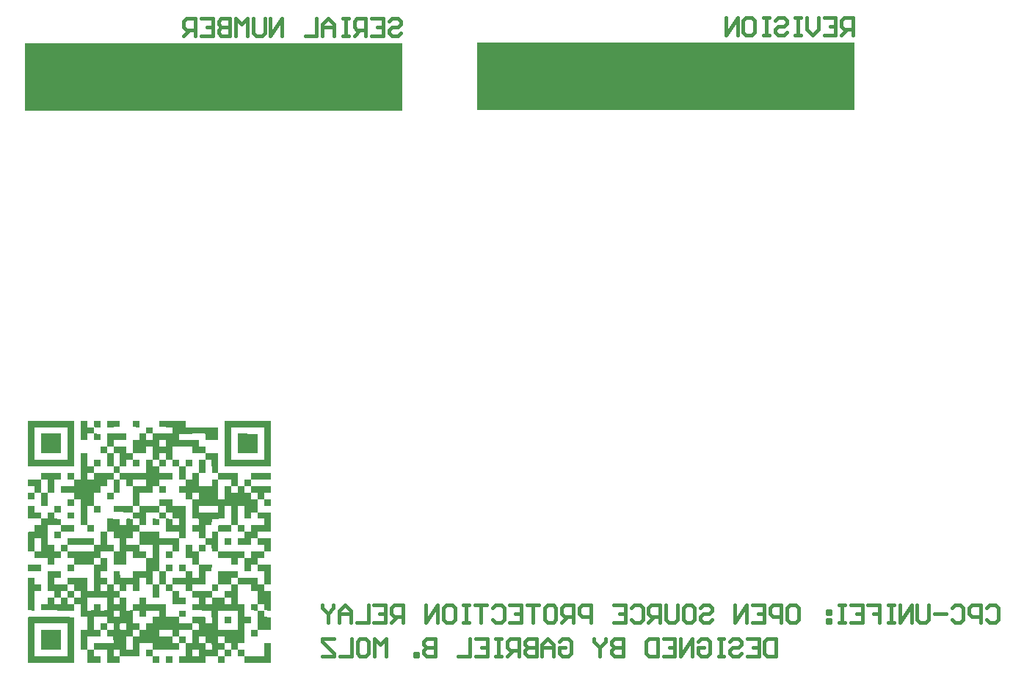
<source format=gbr>
%TF.GenerationSoftware,Altium Limited,Altium Designer,24.2.2 (26)*%
G04 Layer_Color=32896*
%FSLAX45Y45*%
%MOMM*%
%TF.SameCoordinates,A2E2EA48-9257-4B33-8537-14B19699C7D1*%
%TF.FilePolarity,Positive*%
%TF.FileFunction,Legend,Bot*%
%TF.Part,Single*%
G01*
G75*
%TA.AperFunction,NonConductor*%
%ADD134C,0.40000*%
%ADD135R,43.60000X7.90000*%
G36*
X4629819Y6200403D02*
X4697755Y6200731D01*
X4699724Y6199418D01*
X4699068Y6125903D01*
X4698083Y6124918D01*
X4624568Y6125574D01*
X4623583Y6128528D01*
X4624239Y6131154D01*
Y6192198D01*
Y6192854D01*
X4623911Y6199090D01*
X4624568Y6200403D01*
X4627193Y6201059D01*
X4629819Y6200403D01*
D02*
G37*
G36*
X4327224D02*
X4399426D01*
X4470645Y6200731D01*
X4472614Y6199418D01*
X4471957Y6125246D01*
X4322629Y6124918D01*
X4321644Y6125903D01*
X4322301Y6200075D01*
X4325254Y6201059D01*
X4327224Y6200403D01*
D02*
G37*
G36*
X4176254D02*
X4244190Y6200731D01*
X4245503Y6200075D01*
X4246160Y6197449D01*
X4245503Y6125903D01*
X4244519Y6124918D01*
X4190695D01*
X4170019Y6125246D01*
X4170347Y6195152D01*
X4170019Y6198762D01*
X4171003Y6200403D01*
X4173629Y6201059D01*
X4176254Y6200403D01*
D02*
G37*
G36*
X4931758D02*
X5226804Y6200731D01*
X5228774Y6199418D01*
X5229430Y6125903D01*
X5230414Y6124918D01*
X5606525Y6124262D01*
X5606853Y5974933D01*
X5605869Y5973949D01*
X5456212Y5974605D01*
X5455228Y5977559D01*
X5455884Y5979528D01*
X5455228Y6048449D01*
X5454243Y6049433D01*
X5153617Y6048777D01*
X5153289Y5974933D01*
X5154273Y5973949D01*
X5379415Y5973292D01*
X5380399Y5970339D01*
X5379743Y5968369D01*
X5380399Y5898792D01*
X5383025Y5898136D01*
X5454243Y5898464D01*
X5455884Y5896823D01*
X5456540Y5822651D01*
X5601930Y5822323D01*
X5603900Y5822979D01*
X5606853Y5821338D01*
X5607182Y5595869D01*
X5832979Y5595213D01*
X5833964Y5594228D01*
X5833636Y5588648D01*
X5834292Y5444899D01*
X5909449Y5444571D01*
X5909121Y5371384D01*
X5909777Y5369415D01*
X5912402Y5368758D01*
X5984933Y5368430D01*
X5985262Y5293930D01*
X5987887Y5293274D01*
X6060418Y5292945D01*
X6060746Y5142304D01*
X6211059Y5141648D01*
X6212044Y5138694D01*
X6211387Y5136725D01*
X6211716Y4917163D01*
X6211059Y4915850D01*
X6208434Y4915194D01*
X6062387Y4915522D01*
X6060418Y4914209D01*
X6060746Y4839709D01*
X6211059Y4839053D01*
X6212044Y4836099D01*
X6211387Y4834130D01*
X6211716Y4690709D01*
X6210403Y4688740D01*
X6135903Y4689068D01*
X6135246Y4763896D01*
X6061074Y4764553D01*
X6060418Y4766522D01*
X6060090Y4839709D01*
X5985262Y4839053D01*
X5984605Y4764881D01*
X5982636Y4764224D01*
X5834292Y4764881D01*
X5833308Y4765865D01*
X5833636Y4771445D01*
X5833308Y4832161D01*
X5833964Y4834130D01*
X5833308Y4836755D01*
X5833964Y4839381D01*
X5908136Y4840037D01*
X5909449Y4841350D01*
X5909121Y4915194D01*
X5834292Y4915850D01*
X5833308Y4918804D01*
X5833964Y4922086D01*
X5833308Y4924055D01*
X5832979Y4991335D01*
X5758151Y4990678D01*
X5757823Y4918804D01*
X5758479Y4918148D01*
X5757495Y4915850D01*
X5754869Y4915194D01*
X5606853Y4915522D01*
X5607510Y4990350D01*
X5608494Y4991335D01*
X5613417Y4991007D01*
X5757823Y4991663D01*
X5757166Y5217461D01*
X5683323Y5217789D01*
X5682338Y5216804D01*
X5681682Y5067148D01*
X5532682Y5066491D01*
X5531369Y5065835D01*
X5530712Y4991663D01*
X5527759Y4990678D01*
X5525133Y4991335D01*
X5460479Y4991007D01*
X5457525Y4991335D01*
X5455884Y4990350D01*
X5455228Y4987725D01*
X5455884Y4985099D01*
X5456212Y4839709D01*
X5530384Y4840365D01*
X5531369Y4841350D01*
X5532025Y4914866D01*
X5534322Y4915850D01*
X5536292Y4915194D01*
X5606853Y4914866D01*
X5607182Y4688740D01*
X5908464Y4688083D01*
X5909449Y4687099D01*
X5909777Y4613255D01*
X5982964Y4612927D01*
X5984933Y4614240D01*
X5985590Y4688412D01*
X6135574Y4688740D01*
X6135903Y4614240D01*
X6134918Y4613255D01*
X6132293Y4612599D01*
X6130323Y4613255D01*
X6061403Y4612599D01*
X6060418Y4611614D01*
X6061074Y4537442D01*
X6206464Y4537114D01*
X6208434Y4537770D01*
X6211059Y4537114D01*
X6212044Y4534160D01*
X6211387Y4531534D01*
X6211716Y4312629D01*
X6210403Y4310660D01*
X6135903Y4310988D01*
X6135246Y4461301D01*
X6061731Y4461957D01*
X6060418Y4463270D01*
X6060090Y4537114D01*
X5986246Y4537442D01*
X5984933Y4536129D01*
X5984277Y4462614D01*
X5983292Y4461629D01*
X5909777Y4462286D01*
X5908792Y4465239D01*
X5909449Y4467208D01*
X5909121Y4613255D01*
X5834292Y4612599D01*
X5833308Y4609645D01*
X5833964Y4607019D01*
X5833636Y4542365D01*
X5833964Y4539411D01*
X5832979Y4537770D01*
X5830354Y4537114D01*
X5827072Y4537770D01*
X5825103Y4537114D01*
X5763074Y4537442D01*
X5760120Y4537114D01*
X5757823Y4538755D01*
X5757495Y4612599D01*
X5754869Y4613255D01*
X5608823Y4612927D01*
X5606853Y4614240D01*
X5606525Y4688740D01*
X5531697Y4689396D01*
X5531040Y4762912D01*
X5529728Y4764224D01*
X5455884Y4764553D01*
X5455556Y4839709D01*
X5380728Y4840365D01*
X5379743Y4841350D01*
X5380071Y4913225D01*
X5379415Y4915194D01*
X5376461Y4915522D01*
X5305899Y4915194D01*
X5304258Y4916835D01*
X5304915Y4990350D01*
X5305899Y4991335D01*
X5310822Y4991007D01*
X5375476Y4991335D01*
X5377445Y4990678D01*
X5379743Y4991663D01*
X5380399Y4994945D01*
X5379743Y4996914D01*
X5380071Y5064850D01*
X5378758Y5066820D01*
X5304586Y5067476D01*
X5303930Y5293274D01*
X5229758Y5293930D01*
X5228774Y5294915D01*
X5228117Y5368430D01*
X5225163Y5369415D01*
X5223194Y5368758D01*
X5153617Y5369415D01*
X5153289Y5443915D01*
X5156243Y5444899D01*
X5226804Y5444571D01*
X5228774Y5445884D01*
X5228445Y5520384D01*
X5153617Y5521041D01*
X5152961Y5671354D01*
X5078132Y5672010D01*
X5077148Y5674964D01*
X5077804Y5676933D01*
X5077476Y5746838D01*
X5001991Y5746182D01*
X5001663Y5676276D01*
X5002319Y5674307D01*
X5000678Y5671354D01*
X4926178Y5671682D01*
X4925850Y5746838D01*
X4850694Y5747167D01*
X4850365Y5897808D01*
X4847740Y5898464D01*
X4775537Y5897808D01*
X4774881Y5823636D01*
X4773568Y5822323D01*
X4767989Y5822651D01*
X4624239Y5821995D01*
X4624568Y5746838D01*
X4697099Y5747167D01*
X4699396Y5746182D01*
X4699724Y5672994D01*
X4698083Y5671354D01*
X4624568Y5672010D01*
X4623583Y5674964D01*
X4624239Y5677589D01*
X4623911Y5746838D01*
X4550724Y5747167D01*
X4548755Y5746510D01*
X4548098Y5743885D01*
X4548427Y5673323D01*
X4547114Y5671354D01*
X4472614Y5671682D01*
X4471957Y5821995D01*
X4470973Y5822979D01*
X4462440Y5822323D01*
X4397129Y5821995D01*
X4397457Y5671354D01*
X4472614Y5671025D01*
X4472942Y5595869D01*
X4774881Y5596525D01*
X4775209Y5653303D01*
Y5653959D01*
X4775865Y5746510D01*
X4778163Y5747495D01*
X4780132Y5746838D01*
X4850694Y5746510D01*
X4851350Y5672338D01*
X4852335Y5671354D01*
X4926178Y5671025D01*
X4926835Y5596197D01*
X5076491Y5595541D01*
X5077804Y5594228D01*
X5077148Y5520712D01*
X4927491Y5520056D01*
X4926178Y5518743D01*
X4926507Y5444899D01*
X5001335Y5444243D01*
X5002319Y5441289D01*
X5001663Y5438664D01*
X5001991Y5370728D01*
X5001335Y5369415D01*
X4998709Y5368758D01*
X4927163Y5369415D01*
X4926178Y5370399D01*
X4925850Y5444899D01*
X4851678Y5444243D01*
X4850694Y5443259D01*
X4850037Y5369743D01*
X4849053Y5368758D01*
X4701693Y5369087D01*
X4699724Y5368430D01*
X4700052Y5217789D01*
X4926178Y5217461D01*
X4926507Y5142304D01*
X5001663Y5142633D01*
X5001991Y5216476D01*
X5000678Y5217789D01*
X4926178Y5218117D01*
X4926835Y5292945D01*
X5076819Y5293274D01*
X5077804Y5290320D01*
X5077476Y5219758D01*
X5078789Y5217789D01*
X5228445Y5217133D01*
X5228774Y4840694D01*
X5225820Y4839709D01*
X5153289Y4840037D01*
X5152632Y4914866D01*
X5149679Y4915850D01*
X5147710Y4915194D01*
X5002648Y4915850D01*
X5001663Y4918804D01*
X5002319Y4922086D01*
X5001663Y4924055D01*
X5001335Y5066820D01*
X4926178Y5067148D01*
X4925850Y5142304D01*
X4775537Y5141648D01*
X4774881Y4991991D01*
X4771599Y4990678D01*
X4768973Y4991335D01*
X4699724Y4991663D01*
X4699068Y5065835D01*
X4698083Y5066820D01*
X4624239Y5067148D01*
X4623911Y5142304D01*
X4397457Y5142961D01*
X4397129Y5216804D01*
X4398114Y5217789D01*
X4624239Y5217461D01*
X4624568Y5142304D01*
X4699068Y5142633D01*
X4699724Y5145258D01*
X4699396Y5217789D01*
X4624239Y5218117D01*
X4623583Y5444571D01*
X4553021Y5444899D01*
X4551052Y5444243D01*
X4548755Y5445228D01*
X4548098Y5447853D01*
X4548427Y5518415D01*
X4547114Y5520384D01*
X4472614Y5520712D01*
X4472285Y5595869D01*
X4397129Y5596197D01*
X4396801Y5671354D01*
X4321973Y5672010D01*
X4321316Y5822323D01*
X4250754Y5822651D01*
X4247801Y5822323D01*
X4246160Y5823308D01*
X4245503Y5825933D01*
X4246160Y5827902D01*
X4245831Y5896495D01*
X4247144Y5898464D01*
X4321644Y5898136D01*
X4322301Y5822651D01*
X4396144Y5822323D01*
X4397129Y5823308D01*
X4396801Y5898464D01*
X4321644Y5898792D01*
X4322301Y6049105D01*
X4547114Y6049433D01*
X4548098Y6048449D01*
X4548755Y6045823D01*
X4548098Y6043854D01*
X4548427Y5975918D01*
X4547114Y5973949D01*
X4397457Y5973292D01*
X4397129Y5898792D01*
X4547442Y5898136D01*
X4548755Y5894854D01*
X4548098Y5892885D01*
X4548755Y5823308D01*
X4551709Y5822323D01*
X4555647Y5822979D01*
X4557616Y5822323D01*
X4623911Y5822979D01*
X4624239Y5969026D01*
X4623583Y5970995D01*
X4625224Y5973949D01*
X4699068Y5974277D01*
X4699724Y5976902D01*
X4700381Y6049105D01*
X4774881Y6049433D01*
X4775537Y5974605D01*
X4777506Y5973949D01*
X4850365Y5974605D01*
X4850694Y6049105D01*
X4775209Y6049762D01*
X4775865Y6124590D01*
X4849709Y6124918D01*
X4850694Y6123934D01*
X4851022Y6049433D01*
X5076819Y6050090D01*
X5077804Y6051075D01*
X5077148Y6124590D01*
X4927491Y6125246D01*
X4926178Y6126559D01*
X4926835Y6200075D01*
X4929788Y6201059D01*
X4931758Y6200403D01*
D02*
G37*
G36*
X4024628D02*
X4092565Y6200731D01*
X4094534Y6199418D01*
X4095190Y6125903D01*
X4096175Y6124918D01*
X4170019Y6124590D01*
X4170347Y6049433D01*
X4245175Y6048777D01*
X4246160Y6047793D01*
X4245503Y5974277D01*
X4171659Y5973949D01*
X4170019Y5975590D01*
X4170347Y5979856D01*
X4169690Y6049433D01*
X4095190Y6049105D01*
X4094534Y6046480D01*
Y6036634D01*
Y6035978D01*
X4093878Y5974277D01*
X4020034Y5973949D01*
X4019049Y5974933D01*
X4019705Y6200075D01*
X4022659Y6201059D01*
X4024628Y6200403D01*
D02*
G37*
G36*
X4245503Y5746510D02*
X4246160Y5743885D01*
X4245503Y5672338D01*
X4244519Y5671354D01*
X4217607D01*
X4170019Y5671682D01*
X4170347Y5741587D01*
X4170019Y5745197D01*
X4171003Y5746838D01*
X4173957Y5747167D01*
X4241893Y5746838D01*
X4243206Y5747495D01*
X4245503Y5746510D01*
D02*
G37*
G36*
X5687918Y6200403D02*
X6210075Y6200731D01*
X6211387Y6200075D01*
X6212044Y6197449D01*
X6211387Y6194824D01*
X6211716Y5673323D01*
X6210403Y5671354D01*
X6161830D01*
X5683323Y5672010D01*
X5682338Y5672994D01*
X5682994Y6200075D01*
X5685948Y6201059D01*
X5687918Y6200403D01*
D02*
G37*
G36*
X3420095D02*
X3518553D01*
X3941595Y6200731D01*
X3943564Y6199418D01*
X3942908Y5672338D01*
X3941924Y5671354D01*
X3414843Y5672010D01*
X3413859Y5674964D01*
X3414515Y5676933D01*
X3414187Y6199090D01*
X3414843Y6200403D01*
X3417469Y6201059D01*
X3420095Y6200403D01*
D02*
G37*
G36*
X6211387Y5594884D02*
X6212044Y5592259D01*
X6211387Y5590290D01*
Y5527276D01*
Y5526620D01*
X6211716Y5522353D01*
X6210403Y5520384D01*
X5984933Y5520712D01*
X5985590Y5595541D01*
X6210403Y5595869D01*
X6211387Y5594884D01*
D02*
G37*
G36*
X4025285Y5822323D02*
X4093221Y5822651D01*
X4094534Y5821995D01*
X4095190Y5672338D01*
X4096175Y5671354D01*
X4170019Y5671025D01*
X4170347Y5595869D01*
X4397129Y5595541D01*
X4397457Y5520384D01*
X4472614Y5520056D01*
X4472285Y5369415D01*
X4469660Y5368758D01*
X4397129Y5369087D01*
X4396801Y5520384D01*
X4321973Y5519728D01*
X4321316Y5445556D01*
X4318034Y5444243D01*
X4316065Y5444899D01*
X4246488Y5444243D01*
X4245503Y5441289D01*
X4246160Y5439320D01*
X4245503Y5369743D01*
X4244519Y5368758D01*
X4171988Y5369087D01*
X4170675Y5368430D01*
X4170019Y5365805D01*
X4170675Y5362523D01*
X4170019Y5360553D01*
X4170347Y5217789D01*
X4245503Y5217461D01*
X4246160Y5214835D01*
X4245503Y5142633D01*
X4171659Y5142304D01*
X4170019Y5143945D01*
X4170347Y5148212D01*
X4169690Y5217789D01*
X4095518D01*
X4095190Y5217461D01*
X4094534Y5214835D01*
X4094862Y4991335D01*
X4165424Y4991007D01*
X4168377Y4991335D01*
X4170019Y4990350D01*
X4170675Y4987725D01*
X4170019Y4985099D01*
X4170347Y4917163D01*
X4169034Y4915194D01*
X4095518Y4915850D01*
X4094534Y4916835D01*
X4094206Y4991335D01*
X4021018Y4991007D01*
X4019049Y4992319D01*
X4018393Y5292945D01*
X3943564Y5293602D01*
X3942908Y5368430D01*
X3939954Y5369415D01*
X3937985Y5368758D01*
X3792923Y5369415D01*
X3791939Y5372368D01*
X3792595Y5374994D01*
X3792267Y5442930D01*
X3792923Y5444243D01*
X3795549Y5444899D01*
X3941595Y5444571D01*
X3943564Y5445884D01*
X3943236Y5520384D01*
X3868408Y5521041D01*
X3867751Y5523666D01*
X3868080Y5592259D01*
X3867423Y5592915D01*
X3869064Y5595869D01*
X3943236Y5595213D01*
X3943893Y5520384D01*
X4018721Y5521041D01*
X4019377Y5821667D01*
X4022659Y5822979D01*
X4025285Y5822323D01*
D02*
G37*
G36*
X5985262Y5444899D02*
X6211059Y5444243D01*
X6212044Y5441289D01*
X6211387Y5439320D01*
X6211716Y5370728D01*
X6211059Y5369415D01*
X6208434Y5368758D01*
X6137872Y5369087D01*
X6135903Y5367774D01*
X6136231Y5293274D01*
X6211059Y5292617D01*
X6212044Y5289664D01*
X6211387Y5287694D01*
X6211716Y5219758D01*
X6210403Y5217789D01*
X6136887Y5218445D01*
X6135903Y5219430D01*
X6135574Y5293274D01*
X6060418Y5293602D01*
X6059762Y5368430D01*
X6056808Y5369415D01*
X6054839Y5368758D01*
X5984933Y5369087D01*
X5984605Y5444899D01*
X5909449Y5445228D01*
Y5450479D01*
Y5451135D01*
X5909121Y5517759D01*
X5910105Y5520056D01*
X5984605Y5520384D01*
X5985262Y5444899D01*
D02*
G37*
G36*
X3792595Y5594228D02*
X3792267Y5589305D01*
X3792595Y5527276D01*
X3791939Y5525307D01*
X3792595Y5523338D01*
X3791939Y5520712D01*
X3717767Y5520056D01*
X3716454Y5518743D01*
X3716782Y5371384D01*
X3716126Y5369415D01*
X3713500Y5368758D01*
X3640969Y5369087D01*
Y5514148D01*
Y5514805D01*
X3640641Y5519728D01*
X3638016Y5520384D01*
X3565485Y5520712D01*
X3566141Y5595541D01*
X3790954Y5595869D01*
X3792595Y5594228D01*
D02*
G37*
G36*
X4327224Y5368758D02*
X4352823D01*
X4397129Y5368430D01*
X4396801Y5293930D01*
X4394175Y5293274D01*
X4321973Y5293930D01*
X4321644Y5367774D01*
X4322629Y5368758D01*
X4325254Y5369415D01*
X4327224Y5368758D01*
D02*
G37*
G36*
X3420095D02*
X3490000Y5368430D01*
Y5323139D01*
Y5322483D01*
X3489344Y5294258D01*
X3488359Y5293274D01*
X3414843Y5293930D01*
X3413859Y5296884D01*
X3414515Y5298853D01*
X3414187Y5367446D01*
X3414843Y5368758D01*
X3417469Y5369415D01*
X3420095Y5368758D01*
D02*
G37*
G36*
X3943564Y5292945D02*
Y5277192D01*
Y5276536D01*
X3942908Y5218117D01*
X3869064Y5217789D01*
X3868080Y5218774D01*
X3867751Y5221071D01*
X3868080Y5289664D01*
X3867423Y5290976D01*
X3869064Y5293274D01*
X3943564Y5292945D01*
D02*
G37*
G36*
X3565485Y5520056D02*
X3565813Y5368758D01*
X3640969Y5368430D01*
X3640313Y5218117D01*
X3566469Y5217789D01*
X3565485Y5218774D01*
Y5283756D01*
Y5284412D01*
X3565156Y5368758D01*
X3490000Y5369087D01*
X3489344Y5443915D01*
X3488359Y5444899D01*
X3415828Y5444571D01*
X3414515Y5445228D01*
X3413859Y5447853D01*
X3414515Y5450479D01*
X3414187Y5518415D01*
X3415500Y5520384D01*
X3565485Y5520056D01*
D02*
G37*
G36*
X3791610Y5217133D02*
X3792595Y5216148D01*
X3792267Y5211225D01*
X3792595Y5149196D01*
X3791939Y5147884D01*
X3792595Y5145915D01*
X3791939Y5143289D01*
X3790954Y5142304D01*
X3716454Y5142633D01*
X3717110Y5217461D01*
X3720721Y5217789D01*
X3721377D01*
X3791610Y5217133D01*
D02*
G37*
G36*
X3943564Y5140663D02*
X3942908Y5067148D01*
X3869064Y5066820D01*
X3868080Y5067804D01*
X3867423Y5069773D01*
X3868080Y5071742D01*
Y5079619D01*
Y5080276D01*
X3867751Y5139679D01*
X3868736Y5141976D01*
X3941924Y5142304D01*
X3943564Y5140663D01*
D02*
G37*
G36*
X4624239Y5066491D02*
X4623911Y4992648D01*
X4624568Y4991335D01*
X4627193Y4990678D01*
X4629819Y4991335D01*
X4699724Y4991007D01*
X4700052Y4915194D01*
X4924209Y4915522D01*
X4926178Y4914209D01*
X4926835Y4840694D01*
X4927819Y4839709D01*
X5153289Y4839381D01*
X5152632Y4689068D01*
X5078132Y4688740D01*
X5077476Y4762912D01*
X5076163Y4764224D01*
X4927163Y4763568D01*
X4926178Y4762583D01*
X4926507Y4461629D01*
X5001663Y4461957D01*
X5001991Y4532519D01*
X5001663Y4535473D01*
X5002648Y4537114D01*
X5005273Y4537770D01*
X5007899Y4537114D01*
X5075835Y4537442D01*
X5077804Y4536129D01*
X5077148Y4462614D01*
X5076163Y4461629D01*
X5001991Y4460973D01*
X5001663Y4311644D01*
X5002648Y4310660D01*
X5077804Y4310331D01*
X5078132Y4235175D01*
X5152304Y4234519D01*
X5153289Y4233534D01*
X5153945Y4160019D01*
X5156899Y4159034D01*
X5158868Y4159690D01*
X5227789Y4159034D01*
X5228774Y4158049D01*
X5228117Y4084534D01*
X5227133Y4083549D01*
X5078132Y4084206D01*
X5077148Y4087159D01*
X5077804Y4089129D01*
X5077476Y4235175D01*
X5002319Y4235503D01*
X5001663Y4238129D01*
X5002319Y4241411D01*
X5001663Y4243380D01*
X5001335Y4310660D01*
X4926178Y4310988D01*
X4925850Y4461629D01*
X4851022Y4460973D01*
X4850694Y4310988D01*
X4926178Y4310331D01*
X4925850Y4159690D01*
X4922568Y4159034D01*
X4920599Y4159690D01*
X4852663Y4159362D01*
X4850694Y4160675D01*
X4850365Y4310660D01*
X4775537Y4311316D01*
X4774881Y4385488D01*
X4772911Y4386144D01*
X4700052Y4385488D01*
X4699396Y4235832D01*
X4697427Y4235175D01*
X4624239Y4235503D01*
X4623583Y4238129D01*
X4624239Y4242724D01*
X4623911Y4305409D01*
X4624239Y4309019D01*
X4622599Y4310660D01*
X4549083Y4310003D01*
X4548098Y4309019D01*
X4548427Y4237144D01*
X4547114Y4235175D01*
X4472614Y4235503D01*
X4471957Y4310331D01*
X4397129Y4310988D01*
X4397785Y4461301D01*
X4400411Y4461957D01*
X4469004Y4461629D01*
X4469660Y4462286D01*
X4472614Y4460645D01*
X4473270Y4387129D01*
X4474255Y4386144D01*
X4623255Y4386801D01*
X4624239Y4387785D01*
X4623911Y4392709D01*
X4624239Y4457363D01*
X4623583Y4459332D01*
X4624568Y4461629D01*
X4626865Y4461957D01*
X4773568Y4461629D01*
X4775209Y4463270D01*
X4774881Y4613255D01*
X4626209Y4612927D01*
X4624239Y4613583D01*
X4623583Y4616209D01*
X4624239Y4618834D01*
X4623911Y4683488D01*
X4624239Y4687099D01*
X4622599Y4688740D01*
X4549083Y4688083D01*
X4548098Y4687099D01*
X4548427Y4539739D01*
X4547770Y4537770D01*
X4545145Y4537114D01*
X4541863Y4537770D01*
X4539894Y4537114D01*
X4402380Y4537442D01*
X4398770Y4537114D01*
X4397129Y4538755D01*
X4396801Y4688740D01*
X4246488Y4688083D01*
X4245503Y4685130D01*
X4246160Y4683160D01*
X4246488Y4613255D01*
X4320660Y4612599D01*
X4321644Y4611614D01*
X4320988Y4462614D01*
X4320003Y4461629D01*
X4246488Y4460973D01*
X4245503Y4458675D01*
X4246160Y4456706D01*
X4245831Y4388114D01*
X4247144Y4386144D01*
X4321316Y4385488D01*
X4321973Y4310660D01*
X4397129Y4310331D01*
X4397785Y4235503D01*
X4472614Y4234847D01*
X4472942Y4159690D01*
X4547770Y4159034D01*
X4548755Y4156080D01*
X4548098Y4154111D01*
X4548755Y4009049D01*
X4549739Y4008065D01*
X4623911Y4008721D01*
X4624239Y4079283D01*
X4623583Y4081252D01*
X4624568Y4083549D01*
X4627193Y4084206D01*
X4629819Y4083549D01*
X4698740Y4084206D01*
X4699724Y4085190D01*
X4700052Y4159034D01*
X4702678Y4159690D01*
X4774224Y4159034D01*
X4775209Y4158049D01*
X4775865Y4084534D01*
X4776850Y4083549D01*
X5000350Y4083878D01*
X5001663Y4083221D01*
X5002319Y4080596D01*
X5001663Y4076001D01*
X5001991Y3937175D01*
X5001663Y3934221D01*
X5003304Y3932580D01*
X5153289Y3932252D01*
X5153945Y3857423D01*
X5304258Y3856767D01*
X5304586Y3781610D01*
X5377774Y3781282D01*
X5379743Y3781939D01*
X5380399Y3785221D01*
X5379743Y3787190D01*
X5380071Y3855126D01*
X5378758Y3857095D01*
X5304258Y3857423D01*
X5304915Y3932252D01*
X5454243Y3932580D01*
X5455884Y3930939D01*
X5455556Y3859064D01*
X5456869Y3857095D01*
X5530712Y3857423D01*
X5531369Y3860049D01*
X5530712Y4007736D01*
X5305571Y4008393D01*
X5304258Y4009705D01*
X5304915Y4083221D01*
X5307868Y4084206D01*
X5309837Y4083549D01*
X5379415Y4084206D01*
X5380399Y4087159D01*
X5379743Y4089129D01*
X5380071Y4157721D01*
X5379415Y4159034D01*
X5376789Y4159690D01*
X5306227Y4159362D01*
X5304258Y4160675D01*
X5303930Y4235175D01*
X5229102Y4235832D01*
X5228445Y4310003D01*
X5226476Y4310660D01*
X5077804Y4310988D01*
X5077476Y4384175D01*
X5078789Y4386144D01*
X5228445Y4386801D01*
X5228774Y4461301D01*
X5154602Y4461957D01*
X5153289Y4462614D01*
X5153945Y4536786D01*
X5154930Y4537770D01*
X5163463Y4537114D01*
X5227461Y4537442D01*
X5228774Y4536129D01*
X5229102Y4461629D01*
X5301633Y4461957D01*
X5303930Y4460973D01*
X5304586Y4387457D01*
X5305899Y4386144D01*
X5379415Y4386801D01*
X5380399Y4389755D01*
X5379743Y4391724D01*
X5379415Y4537114D01*
X5309509Y4537442D01*
X5305899Y4537114D01*
X5304258Y4538755D01*
X5303930Y4612599D01*
X5301304Y4613255D01*
X5230743Y4612927D01*
X5228774Y4614240D01*
X5229430Y4763896D01*
X5303274Y4764224D01*
X5304258Y4763240D01*
X5304915Y4689068D01*
X5379743Y4688412D01*
X5380399Y4537442D01*
X5526446Y4537114D01*
X5528415Y4537770D01*
X5531369Y4536129D01*
X5530712Y4462614D01*
X5529728Y4461629D01*
X5455884Y4461301D01*
X5455228Y4458019D01*
X5455884Y4456050D01*
X5455228Y4311644D01*
X5454243Y4310660D01*
X5305243Y4310003D01*
X5304258Y4309019D01*
X5304586Y4235175D01*
X5531369Y4234847D01*
X5531697Y4159690D01*
X5682338Y4159362D01*
X5682994Y4084534D01*
X5683979Y4083549D01*
X5757495Y4084206D01*
X5757823Y4158706D01*
X5754869Y4159690D01*
X5682338Y4160019D01*
X5682994Y4234190D01*
X5683979Y4235175D01*
X5757495Y4235832D01*
X5757823Y4310331D01*
X5606853Y4310988D01*
X5607510Y4461301D01*
X5610135Y4461957D01*
X5830354Y4461629D01*
X5831010Y4462286D01*
X5833308Y4461301D01*
X5833964Y4458675D01*
X5833308Y4454737D01*
X5833964Y4452768D01*
X5834292Y4386144D01*
X6060090Y4385488D01*
X6060746Y4311316D01*
X6062715Y4310660D01*
X6135903Y4310331D01*
X6136559Y4235503D01*
X6210731Y4234847D01*
X6212044Y4231565D01*
X6211387Y4229596D01*
X6211716Y4010034D01*
X6210403Y4008065D01*
X6135903Y4008393D01*
X6135246Y4083221D01*
X6132293Y4084206D01*
X6130323Y4083549D01*
X6060418Y4083878D01*
X6060090Y4234519D01*
X6057464Y4235175D01*
X5985262Y4235832D01*
X5984605Y4309347D01*
X5983949Y4310660D01*
X5833964Y4310331D01*
X5833636Y4085518D01*
X5834292Y4084206D01*
X5836918Y4083549D01*
X5907479Y4083878D01*
X5909449Y4082565D01*
X5909121Y3935205D01*
X5910105Y3932908D01*
X5984277Y3932252D01*
X5984933Y3930282D01*
X5984277Y3857423D01*
X5910105Y3856767D01*
X5908792Y3854141D01*
X5909449Y3852172D01*
X5908792Y3630969D01*
X5907808Y3629985D01*
X5835933Y3630313D01*
X5833964Y3629656D01*
X5833308Y3627031D01*
X5833964Y3622436D01*
X5834292Y3554500D01*
X5908792Y3554172D01*
X5909449Y3551546D01*
X5909777Y3479015D01*
X6135574Y3479672D01*
X6136231Y3629328D01*
X6139513Y3630641D01*
X6141482Y3629985D01*
X6209418Y3630313D01*
X6211387Y3629656D01*
X6212044Y3626375D01*
X6211387Y3624406D01*
X6211716Y3405500D01*
X6210403Y3403531D01*
X5909777Y3404187D01*
X5908792Y3406484D01*
X5909449Y3408453D01*
X5909121Y3479015D01*
X5834292Y3479672D01*
X5833308Y3480656D01*
X5833636Y3486236D01*
X5832979Y3554500D01*
X5757823Y3554828D01*
X5757166Y3629656D01*
X5754869Y3630641D01*
X5752900Y3629985D01*
X5682338Y3630313D01*
X5681682Y3705141D01*
X5680697Y3706126D01*
X5672164Y3705469D01*
X5608166Y3705798D01*
X5606853Y3704485D01*
X5607510Y3630969D01*
X5608494Y3629985D01*
X5682338Y3629656D01*
X5682666Y3554500D01*
X5757823Y3554172D01*
X5758151Y3481641D01*
X5757166Y3479344D01*
X5682666Y3479015D01*
X5682010Y3554500D01*
X5607182Y3553844D01*
X5606853Y3479344D01*
X5682338Y3478687D01*
X5681682Y3403859D01*
X5607838Y3403531D01*
X5606853Y3404515D01*
X5606525Y3479015D01*
X5456212Y3478359D01*
X5455228Y3475405D01*
X5455884Y3473436D01*
X5455228Y3403859D01*
X5154273Y3403531D01*
X5153289Y3404515D01*
X5153945Y3478687D01*
X5228117Y3479344D01*
X5228774Y3481313D01*
X5228445Y3629985D01*
X5153289Y3630313D01*
X5152961Y3705469D01*
X5077804Y3705141D01*
X5077476Y3632610D01*
X5078132Y3630641D01*
X5080758Y3629985D01*
X5153289Y3629656D01*
X5152632Y3555485D01*
X5151648Y3554500D01*
X4850694Y3554828D01*
X4850037Y3629656D01*
X4847740Y3630641D01*
X4845771Y3629985D01*
X4701693Y3630313D01*
X4699724Y3629000D01*
X4699068Y3479344D01*
X4472942Y3479015D01*
X4472285Y3553844D01*
X4470316Y3554500D01*
X4397457Y3553844D01*
X4397129Y3480000D01*
X4398114Y3479015D01*
X4472614Y3478687D01*
X4471957Y3403859D01*
X4322629Y3403531D01*
X4321644Y3404515D01*
X4320988Y3554172D01*
X4170019Y3554828D01*
X4170347Y3624734D01*
X4170019Y3628344D01*
X4171003Y3629985D01*
X4173957Y3630313D01*
X4395488Y3629985D01*
X4397129Y3631626D01*
X4396473Y3705141D01*
X4395488Y3706126D01*
X4386955Y3705469D01*
X4326239Y3705798D01*
X4323285Y3705469D01*
X4321644Y3707110D01*
X4321316Y3781610D01*
X4246160Y3781939D01*
X4245831Y3855126D01*
X4247144Y3857095D01*
X4321644Y3856767D01*
X4321973Y3781610D01*
X4394504Y3781282D01*
X4396801Y3782267D01*
X4397129Y3856111D01*
X4396144Y3857095D01*
X4321644Y3857423D01*
X4320988Y3932252D01*
X4171659Y3932580D01*
X4170019Y3930939D01*
X4170347Y3926016D01*
X4170019Y3788503D01*
X4170675Y3786533D01*
X4170019Y3784564D01*
X4170675Y3781939D01*
X4173301Y3781282D01*
X4245831Y3781610D01*
X4246160Y3707110D01*
X4245175Y3706126D01*
X4242550Y3705469D01*
X4239268Y3706126D01*
X4237298Y3705469D01*
X4119805D01*
X4096503Y3705798D01*
X4094534Y3704485D01*
X4094862Y3554500D01*
X4170019Y3554172D01*
X4170347Y3484266D01*
X4170019Y3480656D01*
X4171659Y3479015D01*
X4245175Y3478359D01*
X4246160Y3477374D01*
X4245503Y3403859D01*
X4095518Y3403531D01*
X4094534Y3406484D01*
X4094206Y3554500D01*
X4019377Y3555156D01*
X4019049Y3779970D01*
X4020690Y3781610D01*
X4092565Y3781282D01*
X4094534Y3782595D01*
X4093878Y3932252D01*
X4019705Y3932908D01*
X4019049Y3934877D01*
X4018393Y4083221D01*
X4015439Y4084206D01*
X4013470Y4083549D01*
X3943564Y4083878D01*
X3943236Y4159690D01*
X3868080Y4160019D01*
X3867751Y4235175D01*
X3792923Y4234519D01*
X3791939Y4231565D01*
X3792595Y4228939D01*
X3792923Y4159690D01*
X3868080Y4159362D01*
X3868408Y4084206D01*
X3871033Y4083549D01*
X3943564Y4083221D01*
X3942908Y4009049D01*
X3941924Y4008065D01*
X3565813Y4008721D01*
X3565485Y4082565D01*
X3566469Y4083549D01*
X3569095Y4084206D01*
X3571064Y4083549D01*
X3640641Y4084206D01*
X3641298Y4158378D01*
X3642610Y4159690D01*
X3716454Y4160019D01*
X3716782Y4232550D01*
X3715797Y4234847D01*
X3641626Y4235503D01*
X3640969Y4237472D01*
X3641626Y4461301D01*
X3644251Y4461957D01*
X3788985Y4461629D01*
X3789641Y4462286D01*
X3791939Y4461301D01*
X3792595Y4458675D01*
X3791939Y4455393D01*
X3792595Y4453424D01*
X3792267Y4391396D01*
X3792595Y4387785D01*
X3790954Y4386144D01*
X3717110Y4385816D01*
X3716454Y4383191D01*
X3717110Y4310988D01*
X3868080Y4310331D01*
X3868408Y4235175D01*
X3943564Y4234847D01*
X3943893Y4159690D01*
X4017080Y4159362D01*
X4019049Y4160675D01*
X4018721Y4234519D01*
X4016095Y4235175D01*
X3943564Y4235503D01*
X3942908Y4310331D01*
X3868080Y4310988D01*
X3867751Y4383519D01*
X3868736Y4385816D01*
X4093549Y4386144D01*
X4094534Y4385160D01*
X4095190Y4235503D01*
X4169690Y4235175D01*
X4170675Y4238129D01*
X4170019Y4240755D01*
X4169690Y4537114D01*
X3943564Y4536786D01*
X3942908Y4462614D01*
X3941924Y4461629D01*
X3868408Y4462286D01*
X3867751Y4464911D01*
X3868080Y4534160D01*
X3867423Y4534816D01*
X3868408Y4537114D01*
X3871033Y4537770D01*
X3875628Y4537114D01*
X3943236Y4537770D01*
X3943564Y4611614D01*
X3941924Y4613255D01*
X3870049Y4612927D01*
X3868080Y4614240D01*
X3867423Y4616209D01*
X3868080Y4618178D01*
X3867751Y4688740D01*
X3792595Y4689068D01*
X3792267Y4762912D01*
X3793580Y4764224D01*
X3868080Y4763896D01*
X3868408Y4688740D01*
X4169690Y4689396D01*
X4170675Y4690381D01*
X4170019Y4696945D01*
X4169690Y4764224D01*
X3868080Y4764553D01*
X3867751Y4837084D01*
X3868736Y4839381D01*
X4169034Y4839709D01*
X4170675Y4838068D01*
X4170019Y4829535D01*
X4170347Y4764224D01*
X4245175Y4764881D01*
X4246160Y4765865D01*
X4245831Y4913225D01*
X4246488Y4915194D01*
X4249442Y4915522D01*
X4321644Y4914866D01*
X4322301Y4764553D01*
X4396473Y4763896D01*
X4397129Y4761927D01*
X4397457Y4688740D01*
X4472285Y4689396D01*
X4472614Y4838724D01*
X4471629Y4839709D01*
X4397457Y4840365D01*
X4396801Y4914537D01*
X4393519Y4915850D01*
X4391550Y4915194D01*
X4321644Y4915522D01*
X4321973Y5066163D01*
X4324598Y5066820D01*
X4472285Y5066163D01*
X4472942Y4991991D01*
X4476224Y4990678D01*
X4478850Y4991335D01*
X4546786Y4991007D01*
X4548098Y4991663D01*
X4548427Y4994617D01*
X4548098Y5065179D01*
X4549739Y5066820D01*
X4624239Y5066491D01*
D02*
G37*
G36*
X4926178D02*
X4925850Y4991335D01*
X4923225Y4990678D01*
X4918630Y4991335D01*
X4869401D01*
X4852663Y4991007D01*
X4850694Y4992319D01*
X4851350Y5065835D01*
X4852335Y5066820D01*
X4926178Y5066491D01*
D02*
G37*
G36*
X3489344Y5217461D02*
X3490000Y5214835D01*
X3490656Y5142633D01*
X3564828Y5141976D01*
X3565485Y5140007D01*
X3565813Y5066820D01*
X3640641Y5067476D01*
X3641298Y5140991D01*
X3642610Y5142304D01*
X3716454Y5141976D01*
X3717110Y5067148D01*
X3791282Y5066491D01*
X3792595Y5063209D01*
X3792267Y5060256D01*
X3792923Y4991335D01*
X3938313Y4991007D01*
X3941924Y4991335D01*
X3943564Y4989694D01*
X3942908Y4916178D01*
X3941924Y4915194D01*
X3792595Y4914866D01*
X3792267Y4844960D01*
X3792595Y4841350D01*
X3790954Y4839709D01*
X3717439Y4840365D01*
X3716454Y4841350D01*
X3717110Y4914866D01*
X3720064Y4915850D01*
X3722033Y4915194D01*
X3792267Y4915850D01*
X3792595Y4990350D01*
X3791610Y4991335D01*
X3646220Y4991007D01*
X3642610Y4991335D01*
X3640969Y4989694D01*
X3641626Y4764553D01*
X3715797Y4763896D01*
X3717110Y4760614D01*
X3716454Y4758645D01*
Y4705478D01*
Y4704821D01*
X3717110Y4689068D01*
X3792595Y4688412D01*
X3792267Y4617850D01*
X3792595Y4614896D01*
X3791610Y4613255D01*
X3788657Y4612927D01*
X3718095Y4613255D01*
X3716454Y4611614D01*
X3716782Y4539739D01*
X3716126Y4537770D01*
X3713500Y4537114D01*
X3710218Y4537770D01*
X3708249Y4537114D01*
X3646220Y4537442D01*
X3642610Y4537114D01*
X3640969Y4538755D01*
X3640641Y4612599D01*
X3638016Y4613255D01*
X3491969Y4612927D01*
X3490000Y4614240D01*
X3489672Y4688740D01*
X3414843Y4689396D01*
X3413859Y4692350D01*
X3414515Y4694319D01*
X3414187Y4913881D01*
X3414843Y4915194D01*
X3417797Y4915522D01*
X3488359Y4915194D01*
X3490000Y4916835D01*
X3490328Y4990678D01*
X3492954Y4991335D01*
X3496236Y4990678D01*
X3498205Y4991335D01*
X3563515Y4991007D01*
X3565485Y4992319D01*
X3565156Y5066820D01*
X3414515Y5067148D01*
X3413859Y5070430D01*
X3414515Y5072399D01*
X3414187Y5215820D01*
X3415500Y5217789D01*
X3489344Y5217461D01*
D02*
G37*
G36*
X5757823Y4838724D02*
X5758151Y4836427D01*
X5757823Y4834786D01*
Y4834130D01*
X5758151Y4766850D01*
X5757166Y4764553D01*
X5683323Y4764224D01*
X5682338Y4765209D01*
X5682994Y4839381D01*
X5756838Y4839709D01*
X5757823Y4838724D01*
D02*
G37*
G36*
X5455884Y4763896D02*
X5455228Y4689068D01*
X5420767Y4688740D01*
X5420111D01*
X5379743Y4689068D01*
X5380399Y4763240D01*
X5381384Y4764224D01*
X5455884Y4763896D01*
D02*
G37*
G36*
X5077804Y4688412D02*
X5077148Y4613583D01*
X5074194Y4612599D01*
X5072225Y4613255D01*
X5004289Y4612927D01*
X5002319Y4613583D01*
X5001663Y4616209D01*
X5002319Y4619491D01*
X5001663Y4621460D01*
Y4647715D01*
Y4648372D01*
X5001991Y4683488D01*
X5001663Y4687099D01*
X5003304Y4688740D01*
X5077804Y4688412D01*
D02*
G37*
G36*
X3422064Y4537114D02*
X3465385D01*
X3563515Y4537442D01*
X3565485Y4536129D01*
X3564828Y4462614D01*
X3563844Y4461629D01*
X3414843Y4462286D01*
X3413859Y4465239D01*
X3414515Y4467208D01*
X3414187Y4535801D01*
X3414843Y4537114D01*
X3417469Y4537770D01*
X3422064Y4537114D01*
D02*
G37*
G36*
X5606853Y4236160D02*
X5605869Y4235175D01*
X5531369Y4235503D01*
Y4255195D01*
Y4255851D01*
X5532025Y4310331D01*
X5606525Y4310660D01*
X5606853Y4236160D01*
D02*
G37*
G36*
X3489672Y4385488D02*
X3490328Y4311316D01*
X3492297Y4310660D01*
X3565156Y4310003D01*
X3565485Y4236160D01*
X3564500Y4235175D01*
X3490328Y4234519D01*
X3489672Y4009377D01*
X3488359Y4008065D01*
X3414843Y4008721D01*
X3413859Y4011675D01*
X3414515Y4013644D01*
Y4192838D01*
Y4193495D01*
X3414187Y4384175D01*
X3415500Y4386144D01*
X3489672Y4385488D01*
D02*
G37*
G36*
X5228445Y4007408D02*
X5228774Y3933564D01*
X5227789Y3932580D01*
X5153289Y3932908D01*
X5153945Y4007736D01*
X5161494Y4008065D01*
X5162150D01*
X5228445Y4007408D01*
D02*
G37*
G36*
X5990513Y4083549D02*
X6060418Y4083221D01*
X6060746Y4008065D01*
X6135903Y4007736D01*
X6136559Y3933564D01*
X6137544Y3932580D01*
X6211059Y3931924D01*
X6212044Y3928970D01*
X6211387Y3927001D01*
X6211716Y3783580D01*
X6211059Y3781610D01*
X6208105Y3781282D01*
X6060418Y3781939D01*
Y3941441D01*
Y3942098D01*
X6060090Y4008065D01*
X5985262Y4008721D01*
X5984933Y4082565D01*
X5985918Y4083549D01*
X5988544Y4084206D01*
X5990513Y4083549D01*
D02*
G37*
G36*
X6060418Y3781282D02*
X6059762Y3706454D01*
X6058777Y3705469D01*
X6053198Y3705798D01*
X6027927Y3705469D01*
X6027270D01*
X5989528Y3705798D01*
X5986574Y3705469D01*
X5984933Y3707110D01*
X5985262Y3780954D01*
X5987887Y3781610D01*
X6060418Y3781282D01*
D02*
G37*
G36*
X5076819Y3478359D02*
X5077804Y3477374D01*
X5077148Y3403859D01*
X5047938Y3403531D01*
X5047282D01*
X5002319Y3403859D01*
X5001663Y3406484D01*
X5002319Y3409766D01*
X5001663Y3411736D01*
X5001991Y3474421D01*
X5001663Y3477374D01*
X5003304Y3479015D01*
X5076819Y3478359D01*
D02*
G37*
G36*
X4850694Y3554172D02*
X4851022Y3479015D01*
X4925850Y3478359D01*
X4926178Y3404515D01*
X4925194Y3403531D01*
X4851022Y3404187D01*
X4850365Y3479015D01*
X4775537Y3479672D01*
X4775209Y3553515D01*
X4776193Y3554500D01*
X4784070D01*
X4850694Y3554172D01*
D02*
G37*
G36*
X3943236Y3931924D02*
X3943564Y3404515D01*
X3942580Y3403531D01*
X3414843Y3404187D01*
X3413859Y3407141D01*
X3414515Y3409110D01*
X3414187Y3930611D01*
X3415500Y3932580D01*
X3843465D01*
X3943236Y3931924D01*
D02*
G37*
%LPC*%
G36*
X5000678Y5973949D02*
X4927163Y5973292D01*
X4926178Y5972308D01*
Y5948678D01*
Y5948021D01*
X4926835Y5898792D01*
X4929460Y5898136D01*
X4998709Y5898464D01*
X4999366Y5897808D01*
X5001663Y5898792D01*
X5002319Y5901418D01*
X5001663Y5906013D01*
X5001991Y5971980D01*
X5000678Y5973949D01*
D02*
G37*
G36*
X4998709Y5822979D02*
X4996084Y5822323D01*
X4928148Y5822651D01*
X4926178Y5821338D01*
X4926507Y5746838D01*
X5001663Y5747167D01*
Y5778673D01*
Y5779330D01*
X5001991Y5821010D01*
X5001335Y5822323D01*
X4998709Y5822979D01*
D02*
G37*
G36*
X4773568Y5520384D02*
X4624568Y5519728D01*
X4623583Y5516774D01*
X4624239Y5514148D01*
X4624568Y5444899D01*
X4707273D01*
X4773240Y5444571D01*
X4775209Y5445884D01*
X4774553Y5519400D01*
X4773568Y5520384D01*
D02*
G37*
G36*
X5301304Y5898464D02*
X5078132Y5897808D01*
X5077148Y5894854D01*
X5077804Y5892885D01*
X5078132Y5746838D01*
X5151320Y5747167D01*
X5153289Y5745854D01*
X5153617Y5671354D01*
X5228774Y5671025D01*
X5229102Y5520384D01*
X5303930Y5521041D01*
X5304586Y5594556D01*
X5305899Y5595869D01*
X5379743Y5595541D01*
X5380399Y5445228D01*
X5383353Y5444243D01*
X5385322Y5444899D01*
X5529400Y5444571D01*
X5531369Y5445884D01*
X5532025Y5520056D01*
X5606525Y5520384D01*
X5607182Y5293930D01*
X5609807Y5293274D01*
X5682010Y5293930D01*
X5682666Y5443587D01*
X5683979Y5444899D01*
X5757823Y5444571D01*
X5758479Y5369743D01*
X5759464Y5368758D01*
X5832979Y5369415D01*
X5833964Y5372368D01*
X5833308Y5376963D01*
X5832979Y5444899D01*
X5757823Y5445228D01*
X5757166Y5520056D01*
X5606853Y5520712D01*
X5606525Y5595869D01*
X5551388D01*
X5531697Y5596525D01*
X5531040Y5746182D01*
X5528415Y5747495D01*
X5526446Y5746838D01*
X5455884Y5746510D01*
X5455228Y5596853D01*
X5454243Y5595869D01*
X5379743Y5596197D01*
X5380399Y5746510D01*
X5383353Y5747495D01*
X5385322Y5746838D01*
X5455556Y5747495D01*
X5455884Y5821995D01*
X5311479Y5822651D01*
X5309837Y5822979D01*
X5307868Y5822323D01*
X5305243Y5822979D01*
X5304258Y5823964D01*
X5303930Y5897808D01*
X5301304Y5898464D01*
D02*
G37*
G36*
X5376789Y5369415D02*
X5374163Y5368758D01*
X5316401D01*
X5306227Y5369087D01*
X5304258Y5367774D01*
X5304586Y5293274D01*
X5379415Y5293930D01*
X5380399Y5296884D01*
X5379743Y5298853D01*
X5380071Y5366789D01*
X5379415Y5368758D01*
X5376789Y5369415D01*
D02*
G37*
G36*
X5464745Y5217789D02*
X5464089D01*
X5380728Y5217133D01*
X5379743Y5216148D01*
X5380399Y5142633D01*
X5605869Y5142304D01*
X5606853Y5143289D01*
X5606197Y5217461D01*
X5464745Y5217789D01*
D02*
G37*
G36*
X5076163Y5142304D02*
X5061066D01*
X5001991Y5141648D01*
X5001663Y5067804D01*
X5002648Y5066820D01*
X5077804Y5066491D01*
X5077476Y4993304D01*
X5078132Y4991335D01*
X5080758Y4990678D01*
X5083384Y4991335D01*
X5151320Y4991007D01*
X5153289Y4992319D01*
X5152632Y5065835D01*
X5151648Y5066820D01*
X5077804Y5067148D01*
X5077148Y5141320D01*
X5076163Y5142304D01*
D02*
G37*
G36*
X5834948Y5217789D02*
X5833308Y5216148D01*
X5833964Y5207615D01*
X5834292Y4991335D01*
X5904197Y4991007D01*
X5907151Y4991335D01*
X5909449Y4989694D01*
X5909777Y4915194D01*
X5983949Y4915850D01*
X5984933Y4916835D01*
X5985590Y4990350D01*
X5986574Y4991335D01*
X5991497Y4991007D01*
X6130980Y4991335D01*
X6132949Y4990678D01*
X6134918Y4991335D01*
X6135903Y4992319D01*
Y5002165D01*
Y5002822D01*
X6135574Y5066163D01*
X6132949Y5066820D01*
X6060746Y5067476D01*
X6060090Y5142304D01*
X5985262Y5141648D01*
X5984605Y5067476D01*
X5982636Y5066820D01*
X5909777Y5067476D01*
X5908792Y5069773D01*
X5909449Y5071742D01*
X5908792Y5217461D01*
X5834948Y5217789D01*
D02*
G37*
%LPD*%
G36*
X5233696Y5746838D02*
X5302289Y5747167D01*
X5304258Y5745854D01*
Y5737321D01*
Y5736664D01*
X5303602Y5671682D01*
X5229102Y5671354D01*
X5228774Y5745854D01*
X5229758Y5746838D01*
X5231727Y5747495D01*
X5233696Y5746838D01*
D02*
G37*
%LPC*%
G36*
X5758807Y6124918D02*
X5757823Y6121964D01*
X5758479Y5747823D01*
X5759464Y5746838D01*
X6135574Y5747495D01*
X6135903Y6099647D01*
Y6100304D01*
X6135246Y6124590D01*
X5758807Y6124918D01*
D02*
G37*
%LPD*%
G36*
X6060090Y6048777D02*
X6060418Y5823964D01*
X6058777Y5822323D01*
X6053198Y5822651D01*
X5840856Y5822323D01*
X5838887Y5822979D01*
X5836918Y5822323D01*
X5834292Y5822979D01*
X5833308Y5825933D01*
X5833964Y5829215D01*
X5833308Y5831184D01*
X5833964Y6042541D01*
Y6043198D01*
X5833308Y6047793D01*
X5834948Y6049433D01*
X6060090Y6048777D01*
D02*
G37*
%LPC*%
G36*
X3490984Y6124918D02*
X3490000Y6123934D01*
X3490328Y5747495D01*
X3492954Y5746838D01*
X3574346D01*
X3867095Y5747495D01*
X3868080Y5748479D01*
X3867423Y6124590D01*
X3490984Y6124918D01*
D02*
G37*
%LPD*%
G36*
X3792595Y6047793D02*
X3792267Y6042870D01*
X3792595Y5936863D01*
Y5936206D01*
X3792267Y5827574D01*
X3792595Y5824620D01*
X3791610Y5822979D01*
X3788985Y5822323D01*
X3785703Y5822979D01*
X3783734Y5822323D01*
X3570079Y5822651D01*
X3567125Y5822323D01*
X3565485Y5823964D01*
X3566141Y6049105D01*
X3790954Y6049433D01*
X3792595Y6047793D01*
D02*
G37*
%LPC*%
G36*
X4169690Y5595869D02*
X4095518Y5595213D01*
X4094534Y5594228D01*
X4095190Y5520712D01*
X4102739Y5520384D01*
X4103395D01*
X4169690Y5521041D01*
X4170675Y5522025D01*
X4170019Y5528589D01*
X4169690Y5595869D01*
D02*
G37*
G36*
X4626209Y4915522D02*
X4624239Y4914866D01*
X4623583Y4912240D01*
X4624239Y4909615D01*
X4623911Y4844960D01*
X4624239Y4841350D01*
X4622599Y4839709D01*
X4548755Y4839381D01*
X4548098Y4836755D01*
X4548755Y4765209D01*
X4549739Y4764224D01*
X4699724Y4763896D01*
X4700381Y4689068D01*
X4773896Y4688412D01*
X4775209Y4687099D01*
X4775537Y4613255D01*
X4848724Y4612927D01*
X4850694Y4614240D01*
Y4670033D01*
Y4670689D01*
X4850037Y4763896D01*
X4699724Y4764553D01*
X4699396Y4915194D01*
X4626209Y4915522D01*
D02*
G37*
G36*
X4245831Y4613255D02*
X4171003Y4612599D01*
X4170019Y4609645D01*
X4170347Y4606691D01*
X4170019Y4538098D01*
X4171003Y4537114D01*
X4210387D01*
X4240908Y4537442D01*
X4243862Y4537114D01*
X4246160Y4538755D01*
X4245831Y4613255D01*
D02*
G37*
G36*
X5832979Y4386144D02*
X5758479Y4385816D01*
X5757823Y4383191D01*
Y4345120D01*
Y4344464D01*
X5758151Y4310660D01*
X5833308Y4310988D01*
X5832979Y4386144D01*
D02*
G37*
G36*
X4247144Y4310660D02*
X4246160Y4309675D01*
X4245503Y4307050D01*
X4246160Y4305081D01*
Y4253226D01*
Y4252569D01*
X4245831Y4237144D01*
X4247144Y4235175D01*
X4321316Y4235832D01*
X4321644Y4310331D01*
X4247144Y4310660D01*
D02*
G37*
G36*
X5531040Y4159690D02*
X5456212Y4159034D01*
X5455228Y4156080D01*
X5455884Y4153455D01*
X5455556Y4085518D01*
X5456212Y4084206D01*
X5458838Y4083549D01*
X5530384Y4084206D01*
X5531369Y4085190D01*
Y4152142D01*
Y4152798D01*
X5531040Y4159690D01*
D02*
G37*
G36*
X4472285D02*
X4398114Y4159034D01*
X4397129Y4158049D01*
X4397785Y4084534D01*
X4398770Y4083549D01*
X4470316D01*
X4472614Y4084534D01*
X4472285Y4159690D01*
D02*
G37*
G36*
X3726628D02*
X3725972D01*
X3716782Y4159034D01*
X3716454Y4085190D01*
X3718095Y4083549D01*
X3791610Y4084206D01*
X3792595Y4087159D01*
X3791939Y4090441D01*
X3792595Y4092411D01*
X3791939Y4159362D01*
X3726628Y4159690D01*
D02*
G37*
G36*
X4320003D02*
X4095518Y4159034D01*
X4094534Y4158049D01*
X4095190Y4009049D01*
X4096175Y4008065D01*
X4169690Y4008721D01*
X4170675Y4011675D01*
X4170019Y4014300D01*
X4170347Y4078298D01*
X4170019Y4081908D01*
X4171003Y4083549D01*
X4173629Y4084206D01*
X4176254Y4083549D01*
X4244190Y4083878D01*
X4245503Y4083221D01*
X4246160Y4080596D01*
X4245831Y4010034D01*
X4247144Y4008065D01*
X4320660Y4008721D01*
X4321644Y4009705D01*
Y4055653D01*
Y4056309D01*
X4320988Y4158706D01*
X4320003Y4159690D01*
D02*
G37*
G36*
X4925194Y4008065D02*
X4775537Y4007408D01*
X4774881Y3933236D01*
X4772911Y3932580D01*
X4700052Y3933236D01*
X4699396Y4006752D01*
X4698740Y4008065D01*
X4624239Y4007736D01*
X4623911Y3859064D01*
X4625224Y3857095D01*
X4698083D01*
X4698411Y3856767D01*
X4699724Y3855454D01*
X4700052Y3781610D01*
X4772583Y3781282D01*
X4774881Y3782267D01*
X4775537Y3856439D01*
X4777506Y3857095D01*
X4850365Y3857751D01*
X4851022Y3931924D01*
X4852991Y3932580D01*
X4925850Y3933236D01*
X4926178Y4007080D01*
X4925194Y4008065D01*
D02*
G37*
G36*
X4398114D02*
X4397129Y4007080D01*
Y4006424D01*
X4397785Y3932908D01*
X4471629Y3932580D01*
X4472614Y3933564D01*
X4471957Y4007736D01*
X4398114Y4008065D01*
D02*
G37*
G36*
X5832323D02*
X5678071D01*
X5607182Y4007408D01*
X5606853Y3782595D01*
X5607838Y3781610D01*
X5610135Y3781282D01*
X5830354Y3781610D01*
X5831010Y3780954D01*
X5833308Y3781939D01*
X5833964Y3784564D01*
X5833308Y3789159D01*
X5833636Y4006752D01*
X5832323Y4008065D01*
D02*
G37*
G36*
X4547114Y3857095D02*
X4473598Y3856439D01*
X4472614Y3855454D01*
Y3804256D01*
Y3803599D01*
X4473270Y3781939D01*
X4475896Y3781282D01*
X4544488Y3781610D01*
X4545801Y3780954D01*
X4548098Y3781939D01*
X4548427Y3784892D01*
X4548098Y3852829D01*
X4548755Y3854798D01*
X4547114Y3857095D01*
D02*
G37*
G36*
X4699396Y3781610D02*
X4624568Y3780954D01*
X4623583Y3778000D01*
X4624239Y3775375D01*
X4624568Y3706126D01*
X4697755Y3705798D01*
X4699724Y3707110D01*
Y3711705D01*
Y3712362D01*
X4699396Y3781610D01*
D02*
G37*
G36*
X5452274Y3706126D02*
X5447679Y3705469D01*
X5381712Y3705798D01*
X5380399Y3705141D01*
X5379743Y3702516D01*
Y3690701D01*
Y3690044D01*
X5380399Y3630969D01*
X5381384Y3629985D01*
X5455556Y3630641D01*
X5455884Y3703829D01*
X5454899Y3705469D01*
X5452274Y3706126D01*
D02*
G37*
G36*
X5076163Y3781610D02*
X4927163Y3780954D01*
X4926178Y3779970D01*
Y3753714D01*
Y3753058D01*
X4926835Y3706454D01*
X4929788Y3705469D01*
X4932414Y3706126D01*
X5077804Y3706454D01*
X5077148Y3780626D01*
X5076163Y3781610D01*
D02*
G37*
G36*
X5243542D02*
X5242886D01*
X5153617Y3780954D01*
X5153289Y3706454D01*
X5221553Y3705798D01*
X5223851Y3705469D01*
X5225820Y3706126D01*
X5227789Y3705469D01*
X5228774Y3704485D01*
X5229102Y3629985D01*
X5303930Y3630641D01*
X5304258Y3781282D01*
X5243542Y3781610D01*
D02*
G37*
G36*
X5528087Y3630313D02*
X5455884Y3629656D01*
X5455556Y3556469D01*
X5456869Y3554500D01*
X5530384Y3555156D01*
X5531369Y3556141D01*
Y3607339D01*
Y3607996D01*
X5530712Y3629656D01*
X5528087Y3630313D01*
D02*
G37*
G36*
X4550396Y3706126D02*
X4548098Y3704485D01*
Y3697265D01*
Y3696608D01*
X4548755Y3555485D01*
X4549739Y3554500D01*
X4623255Y3555156D01*
X4624239Y3556141D01*
X4623911Y3561064D01*
X4624239Y3705141D01*
X4552693Y3705798D01*
X4550396Y3706126D01*
D02*
G37*
G36*
X5378758Y3554500D02*
X5304586Y3553844D01*
X5304258Y3480656D01*
X5305243Y3479015D01*
X5379415Y3479672D01*
X5380399Y3482625D01*
X5379743Y3484595D01*
Y3499692D01*
Y3500348D01*
X5380071Y3552531D01*
X5378758Y3554500D01*
D02*
G37*
%LPD*%
G36*
X5757823Y3931595D02*
X5758151Y3929298D01*
X5757823Y3917811D01*
Y3917155D01*
X5758151Y3859721D01*
X5757166Y3857423D01*
X5683323Y3857095D01*
X5682338Y3858080D01*
X5682994Y3932252D01*
X5756838Y3932580D01*
X5757823Y3931595D01*
D02*
G37*
%LPC*%
G36*
X3490984Y4839709D02*
X3490000Y4838724D01*
X3490328Y4688740D01*
X3565156Y4689396D01*
X3565485Y4727795D01*
Y4728451D01*
X3564828Y4839381D01*
X3490984Y4839709D01*
D02*
G37*
G36*
X3866439Y3857095D02*
X3490328Y3856439D01*
X3490000Y3480000D01*
X3490984Y3479015D01*
X3867095Y3479672D01*
X3868080Y3480656D01*
Y3619811D01*
Y3620467D01*
X3867423Y3856111D01*
X3866439Y3857095D01*
D02*
G37*
%LPD*%
G36*
X3791610Y3780954D02*
X3792595Y3778000D01*
X3792267Y3775047D01*
X3792595Y3679542D01*
Y3678886D01*
X3792267Y3559751D01*
X3792595Y3556141D01*
X3790954Y3554500D01*
X3565813Y3555156D01*
X3565485Y3779970D01*
X3567125Y3781610D01*
X3791610Y3780954D01*
D02*
G37*
D134*
X12927258Y10652579D02*
Y10852514D01*
X12827292D01*
X12793969Y10819191D01*
Y10752546D01*
X12827292Y10719224D01*
X12927258D01*
X12860614D02*
X12793969Y10652579D01*
X12594033Y10852514D02*
X12727324D01*
Y10652579D01*
X12594033D01*
X12727324Y10752546D02*
X12660679D01*
X12527388Y10852514D02*
Y10719224D01*
X12460743Y10652579D01*
X12394098Y10719224D01*
Y10852514D01*
X12327453D02*
X12260808D01*
X12294130D01*
Y10652579D01*
X12327453D01*
X12260808D01*
X12027549Y10819191D02*
X12060872Y10852514D01*
X12127517D01*
X12160840Y10819191D01*
Y10785869D01*
X12127517Y10752546D01*
X12060872D01*
X12027549Y10719224D01*
Y10685901D01*
X12060872Y10652579D01*
X12127517D01*
X12160840Y10685901D01*
X11960904Y10852514D02*
X11894259D01*
X11927582D01*
Y10652579D01*
X11960904D01*
X11894259D01*
X11694324Y10852514D02*
X11760969D01*
X11794291Y10819191D01*
Y10685901D01*
X11760969Y10652579D01*
X11694324D01*
X11661001Y10685901D01*
Y10819191D01*
X11694324Y10852514D01*
X11594356Y10652579D02*
Y10852514D01*
X11461065Y10652579D01*
Y10852514D01*
X7573969Y10809192D02*
X7607292Y10842515D01*
X7673937D01*
X7707259Y10809192D01*
Y10775869D01*
X7673937Y10742547D01*
X7607292D01*
X7573969Y10709224D01*
Y10675901D01*
X7607292Y10642579D01*
X7673937D01*
X7707259Y10675901D01*
X7374034Y10842515D02*
X7507324D01*
Y10642579D01*
X7374034D01*
X7507324Y10742547D02*
X7440679D01*
X7307388Y10642579D02*
Y10842515D01*
X7207420D01*
X7174098Y10809192D01*
Y10742547D01*
X7207420Y10709224D01*
X7307388D01*
X7240743D02*
X7174098Y10642579D01*
X7107453Y10842515D02*
X7040808D01*
X7074130D01*
Y10642579D01*
X7107453D01*
X7040808D01*
X6940840D02*
Y10775869D01*
X6874195Y10842515D01*
X6807550Y10775869D01*
Y10642579D01*
Y10742547D01*
X6940840D01*
X6740904Y10842515D02*
Y10642579D01*
X6607614D01*
X6341033D02*
Y10842515D01*
X6207743Y10642579D01*
Y10842515D01*
X6141097D02*
Y10675901D01*
X6107775Y10642579D01*
X6041130D01*
X6007807Y10675901D01*
Y10842515D01*
X5941162Y10642579D02*
Y10842515D01*
X5874517Y10775869D01*
X5807872Y10842515D01*
Y10642579D01*
X5741226Y10842515D02*
Y10642579D01*
X5641258D01*
X5607936Y10675901D01*
Y10709224D01*
X5641258Y10742547D01*
X5741226D01*
X5641258D01*
X5607936Y10775869D01*
Y10809192D01*
X5641258Y10842515D01*
X5741226D01*
X5408000D02*
X5541291D01*
Y10642579D01*
X5408000D01*
X5541291Y10742547D02*
X5474646D01*
X5341355Y10642579D02*
Y10842515D01*
X5241387D01*
X5208065Y10809192D01*
Y10742547D01*
X5241387Y10709224D01*
X5341355D01*
X5274710D02*
X5208065Y10642579D01*
X14466710Y4036613D02*
X14500032Y4069935D01*
X14566676D01*
X14600000Y4036613D01*
Y3903322D01*
X14566676Y3870000D01*
X14500032D01*
X14466710Y3903322D01*
X14400064Y3870000D02*
Y4069935D01*
X14300098D01*
X14266774Y4036613D01*
Y3969968D01*
X14300098Y3936645D01*
X14400064D01*
X14066840Y4036613D02*
X14100162Y4069935D01*
X14166806D01*
X14200130Y4036613D01*
Y3903322D01*
X14166806Y3870000D01*
X14100162D01*
X14066840Y3903322D01*
X14000192Y3969968D02*
X13866904D01*
X13800258Y4069935D02*
Y3903322D01*
X13766936Y3870000D01*
X13700290D01*
X13666966Y3903322D01*
Y4069935D01*
X13600322Y3870000D02*
Y4069935D01*
X13467032Y3870000D01*
Y4069935D01*
X13400386D02*
X13333742D01*
X13367064D01*
Y3870000D01*
X13400386D01*
X13333742D01*
X13100484Y4069935D02*
X13233774D01*
Y3969968D01*
X13167130D01*
X13233774D01*
Y3870000D01*
X12900548Y4069935D02*
X13033838D01*
Y3870000D01*
X12900548D01*
X13033838Y3969968D02*
X12967194D01*
X12833902Y4069935D02*
X12767257D01*
X12800580D01*
Y3870000D01*
X12833902D01*
X12767257D01*
X12667290Y4003290D02*
X12633967D01*
Y3969968D01*
X12667290D01*
Y4003290D01*
Y3903322D02*
X12633967D01*
Y3870000D01*
X12667290D01*
Y3903322D01*
X12200773Y4069935D02*
X12267419D01*
X12300741Y4036613D01*
Y3903322D01*
X12267419Y3870000D01*
X12200773D01*
X12167451Y3903322D01*
Y4036613D01*
X12200773Y4069935D01*
X12100806Y3870000D02*
Y4069935D01*
X12000838D01*
X11967515Y4036613D01*
Y3969968D01*
X12000838Y3936645D01*
X12100806D01*
X11767580Y4069935D02*
X11900870D01*
Y3870000D01*
X11767580D01*
X11900870Y3969968D02*
X11834225D01*
X11700934Y3870000D02*
Y4069935D01*
X11567644Y3870000D01*
Y4069935D01*
X11167773Y4036613D02*
X11201095Y4069935D01*
X11267741D01*
X11301063Y4036613D01*
Y4003290D01*
X11267741Y3969968D01*
X11201095D01*
X11167773Y3936645D01*
Y3903322D01*
X11201095Y3870000D01*
X11267741D01*
X11301063Y3903322D01*
X11001160Y4069935D02*
X11067805D01*
X11101128Y4036613D01*
Y3903322D01*
X11067805Y3870000D01*
X11001160D01*
X10967837Y3903322D01*
Y4036613D01*
X11001160Y4069935D01*
X10901192D02*
Y3903322D01*
X10867870Y3870000D01*
X10801224D01*
X10767902Y3903322D01*
Y4069935D01*
X10701256Y3870000D02*
Y4069935D01*
X10601289D01*
X10567966Y4036613D01*
Y3969968D01*
X10601289Y3936645D01*
X10701256D01*
X10634611D02*
X10567966Y3870000D01*
X10368031Y4036613D02*
X10401353Y4069935D01*
X10467998D01*
X10501321Y4036613D01*
Y3903322D01*
X10467998Y3870000D01*
X10401353D01*
X10368031Y3903322D01*
X10168095Y4069935D02*
X10301385D01*
Y3870000D01*
X10168095D01*
X10301385Y3969968D02*
X10234740D01*
X9901514Y3870000D02*
Y4069935D01*
X9801546D01*
X9768224Y4036613D01*
Y3969968D01*
X9801546Y3936645D01*
X9901514D01*
X9701579Y3870000D02*
Y4069935D01*
X9601611D01*
X9568288Y4036613D01*
Y3969968D01*
X9601611Y3936645D01*
X9701579D01*
X9634933D02*
X9568288Y3870000D01*
X9401675Y4069935D02*
X9468320D01*
X9501643Y4036613D01*
Y3903322D01*
X9468320Y3870000D01*
X9401675D01*
X9368353Y3903322D01*
Y4036613D01*
X9401675Y4069935D01*
X9301707D02*
X9168417D01*
X9235062D01*
Y3870000D01*
X8968481Y4069935D02*
X9101772D01*
Y3870000D01*
X8968481D01*
X9101772Y3969968D02*
X9035127D01*
X8768546Y4036613D02*
X8801868Y4069935D01*
X8868514D01*
X8901836Y4036613D01*
Y3903322D01*
X8868514Y3870000D01*
X8801868D01*
X8768546Y3903322D01*
X8701901Y4069935D02*
X8568610D01*
X8635256D01*
Y3870000D01*
X8501965Y4069935D02*
X8435320D01*
X8468642D01*
Y3870000D01*
X8501965D01*
X8435320D01*
X8235384Y4069935D02*
X8302030D01*
X8335352Y4036613D01*
Y3903322D01*
X8302030Y3870000D01*
X8235384D01*
X8202062Y3903322D01*
Y4036613D01*
X8235384Y4069935D01*
X8135417Y3870000D02*
Y4069935D01*
X8002126Y3870000D01*
Y4069935D01*
X7735545Y3870000D02*
Y4069935D01*
X7635578D01*
X7602255Y4036613D01*
Y3969968D01*
X7635578Y3936645D01*
X7735545D01*
X7668900D02*
X7602255Y3870000D01*
X7402319Y4069935D02*
X7535610D01*
Y3870000D01*
X7402319D01*
X7535610Y3969968D02*
X7468965D01*
X7335674Y4069935D02*
Y3870000D01*
X7202384D01*
X7135739D02*
Y4003290D01*
X7069094Y4069935D01*
X7002448Y4003290D01*
Y3870000D01*
Y3969968D01*
X7135739D01*
X6935803Y4069935D02*
Y4036613D01*
X6869158Y3969968D01*
X6802513Y4036613D01*
Y4069935D01*
X6869158Y3969968D02*
Y3870000D01*
X12040000Y3679935D02*
Y3480000D01*
X11940032D01*
X11906710Y3513322D01*
Y3646613D01*
X11940032Y3679935D01*
X12040000D01*
X11706774D02*
X11840064D01*
Y3480000D01*
X11706774D01*
X11840064Y3579968D02*
X11773419D01*
X11506839Y3646613D02*
X11540161Y3679935D01*
X11606806D01*
X11640129Y3646613D01*
Y3613290D01*
X11606806Y3579968D01*
X11540161D01*
X11506839Y3546645D01*
Y3513322D01*
X11540161Y3480000D01*
X11606806D01*
X11640129Y3513322D01*
X11440193Y3679935D02*
X11373548D01*
X11406871D01*
Y3480000D01*
X11440193D01*
X11373548D01*
X11140290Y3646613D02*
X11173613Y3679935D01*
X11240258D01*
X11273580Y3646613D01*
Y3513322D01*
X11240258Y3480000D01*
X11173613D01*
X11140290Y3513322D01*
Y3579968D01*
X11206935D01*
X11073645Y3480000D02*
Y3679935D01*
X10940355Y3480000D01*
Y3679935D01*
X10740419D02*
X10873709D01*
Y3480000D01*
X10740419D01*
X10873709Y3579968D02*
X10807064D01*
X10673774Y3679935D02*
Y3480000D01*
X10573806D01*
X10540483Y3513322D01*
Y3646613D01*
X10573806Y3679935D01*
X10673774D01*
X10273902D02*
Y3480000D01*
X10173935D01*
X10140612Y3513322D01*
Y3546645D01*
X10173935Y3579968D01*
X10273902D01*
X10173935D01*
X10140612Y3613290D01*
Y3646613D01*
X10173935Y3679935D01*
X10273902D01*
X10073967D02*
Y3646613D01*
X10007322Y3579968D01*
X9940677Y3646613D01*
Y3679935D01*
X10007322Y3579968D02*
Y3480000D01*
X9540805Y3646613D02*
X9574128Y3679935D01*
X9640773D01*
X9674096Y3646613D01*
Y3513322D01*
X9640773Y3480000D01*
X9574128D01*
X9540805Y3513322D01*
Y3579968D01*
X9607451D01*
X9474160Y3480000D02*
Y3613290D01*
X9407515Y3679935D01*
X9340870Y3613290D01*
Y3480000D01*
Y3579968D01*
X9474160D01*
X9274225Y3679935D02*
Y3480000D01*
X9174257D01*
X9140934Y3513322D01*
Y3546645D01*
X9174257Y3579968D01*
X9274225D01*
X9174257D01*
X9140934Y3613290D01*
Y3646613D01*
X9174257Y3679935D01*
X9274225D01*
X9074289Y3480000D02*
Y3679935D01*
X8974321D01*
X8940999Y3646613D01*
Y3579968D01*
X8974321Y3546645D01*
X9074289D01*
X9007644D02*
X8940999Y3480000D01*
X8874353Y3679935D02*
X8807708D01*
X8841031D01*
Y3480000D01*
X8874353D01*
X8807708D01*
X8574450Y3679935D02*
X8707741D01*
Y3480000D01*
X8574450D01*
X8707741Y3579968D02*
X8641095D01*
X8507805Y3679935D02*
Y3480000D01*
X8374515D01*
X8107934Y3679935D02*
Y3480000D01*
X8007966D01*
X7974643Y3513322D01*
Y3546645D01*
X8007966Y3579968D01*
X8107934D01*
X8007966D01*
X7974643Y3613290D01*
Y3646613D01*
X8007966Y3679935D01*
X8107934D01*
X7907998Y3480000D02*
Y3513322D01*
X7874676D01*
Y3480000D01*
X7907998D01*
X7541450D02*
Y3679935D01*
X7474805Y3613290D01*
X7408159Y3679935D01*
Y3480000D01*
X7241546Y3679935D02*
X7308192D01*
X7341514Y3646613D01*
Y3513322D01*
X7308192Y3480000D01*
X7241546D01*
X7208224Y3513322D01*
Y3646613D01*
X7241546Y3679935D01*
X7141579D02*
Y3480000D01*
X7008288D01*
X6941643Y3679935D02*
X6808353D01*
Y3646613D01*
X6941643Y3513322D01*
Y3480000D01*
X6808353D01*
D135*
X10770000Y10175000D02*
D03*
X5550000Y10165000D02*
D03*
%TF.MD5,5b6f2a5cbc000bfc2ce8af03af843d01*%
M02*

</source>
